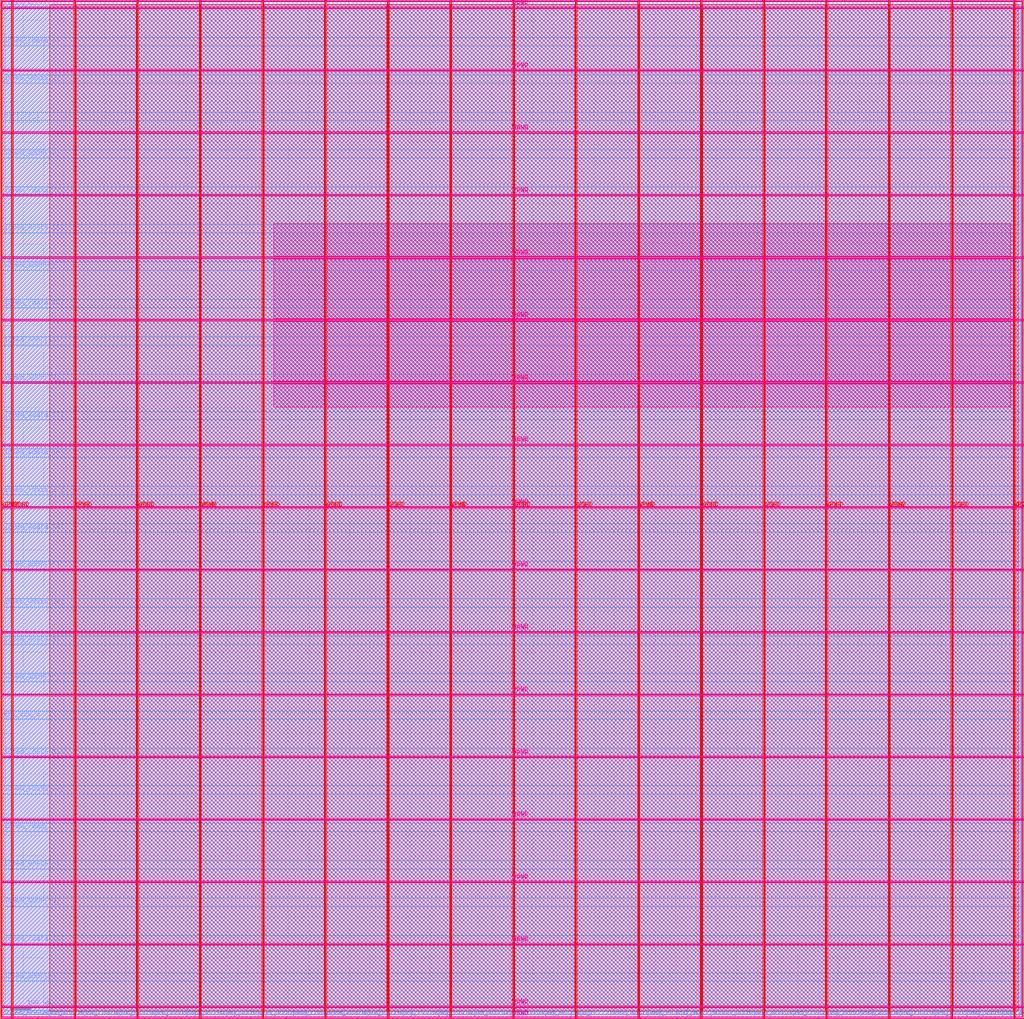
<source format=lef>
VERSION 5.7 ;
  NOWIREEXTENSIONATPIN ON ;
  DIVIDERCHAR "/" ;
  BUSBITCHARS "[]" ;
MACRO user_processor
  CLASS BLOCK ;
  FOREIGN user_processor ;
  ORIGIN 0.000 0.000 ;
  SIZE 2500.000 BY 2500.000 ;
  PIN VGND
    DIRECTION INOUT ;
    USE GROUND ;
    PORT
      LAYER met4 ;
        RECT -5.380 -0.020 -3.780 2499.700 ;
    END
    PORT
      LAYER met5 ;
        RECT -5.380 -0.020 2505.020 1.580 ;
    END
    PORT
      LAYER met5 ;
        RECT -5.380 2498.100 2505.020 2499.700 ;
    END
    PORT
      LAYER met4 ;
        RECT 2503.420 -0.020 2505.020 2499.700 ;
    END
    PORT
      LAYER met4 ;
        RECT 24.340 -0.020 25.940 2499.700 ;
    END
    PORT
      LAYER met4 ;
        RECT 177.940 -0.020 179.540 2499.700 ;
    END
    PORT
      LAYER met4 ;
        RECT 331.540 -0.020 333.140 2499.700 ;
    END
    PORT
      LAYER met4 ;
        RECT 485.140 -0.020 486.740 2499.700 ;
    END
    PORT
      LAYER met4 ;
        RECT 638.740 -0.020 640.340 2499.700 ;
    END
    PORT
      LAYER met4 ;
        RECT 792.340 -0.020 793.940 2499.700 ;
    END
    PORT
      LAYER met4 ;
        RECT 945.940 -0.020 947.540 2499.700 ;
    END
    PORT
      LAYER met4 ;
        RECT 1099.540 -0.020 1101.140 2499.700 ;
    END
    PORT
      LAYER met4 ;
        RECT 1253.140 -0.020 1254.740 2499.700 ;
    END
    PORT
      LAYER met4 ;
        RECT 1406.740 -0.020 1408.340 2499.700 ;
    END
    PORT
      LAYER met4 ;
        RECT 1560.340 -0.020 1561.940 2499.700 ;
    END
    PORT
      LAYER met4 ;
        RECT 1713.940 -0.020 1715.540 2499.700 ;
    END
    PORT
      LAYER met4 ;
        RECT 1867.540 -0.020 1869.140 2499.700 ;
    END
    PORT
      LAYER met4 ;
        RECT 2021.140 -0.020 2022.740 2499.700 ;
    END
    PORT
      LAYER met4 ;
        RECT 2174.740 -0.020 2176.340 2499.700 ;
    END
    PORT
      LAYER met4 ;
        RECT 2328.340 -0.020 2329.940 2499.700 ;
    END
    PORT
      LAYER met4 ;
        RECT 2481.940 -0.020 2483.540 2499.700 ;
    END
    PORT
      LAYER met5 ;
        RECT -5.380 30.030 2505.020 31.630 ;
    END
    PORT
      LAYER met5 ;
        RECT -5.380 183.210 2505.020 184.810 ;
    END
    PORT
      LAYER met5 ;
        RECT -5.380 336.390 2505.020 337.990 ;
    END
    PORT
      LAYER met5 ;
        RECT -5.380 489.570 2505.020 491.170 ;
    END
    PORT
      LAYER met5 ;
        RECT -5.380 642.750 2505.020 644.350 ;
    END
    PORT
      LAYER met5 ;
        RECT -5.380 795.930 2505.020 797.530 ;
    END
    PORT
      LAYER met5 ;
        RECT -5.380 949.110 2505.020 950.710 ;
    END
    PORT
      LAYER met5 ;
        RECT -5.380 1102.290 2505.020 1103.890 ;
    END
    PORT
      LAYER met5 ;
        RECT -5.380 1255.470 2505.020 1257.070 ;
    END
    PORT
      LAYER met5 ;
        RECT -5.380 1408.650 2505.020 1410.250 ;
    END
    PORT
      LAYER met5 ;
        RECT -5.380 1561.830 2505.020 1563.430 ;
    END
    PORT
      LAYER met5 ;
        RECT -5.380 1715.010 2505.020 1716.610 ;
    END
    PORT
      LAYER met5 ;
        RECT -5.380 1868.190 2505.020 1869.790 ;
    END
    PORT
      LAYER met5 ;
        RECT -5.380 2021.370 2505.020 2022.970 ;
    END
    PORT
      LAYER met5 ;
        RECT -5.380 2174.550 2505.020 2176.150 ;
    END
    PORT
      LAYER met5 ;
        RECT -5.380 2327.730 2505.020 2329.330 ;
    END
    PORT
      LAYER met5 ;
        RECT -5.380 2480.910 2505.020 2482.510 ;
    END
  END VGND
  PIN VPWR
    DIRECTION INOUT ;
    USE POWER ;
    PORT
      LAYER met4 ;
        RECT -2.080 3.280 -0.480 2496.400 ;
    END
    PORT
      LAYER met5 ;
        RECT -2.080 3.280 2501.720 4.880 ;
    END
    PORT
      LAYER met5 ;
        RECT -2.080 2494.800 2501.720 2496.400 ;
    END
    PORT
      LAYER met4 ;
        RECT 2500.120 3.280 2501.720 2496.400 ;
    END
    PORT
      LAYER met4 ;
        RECT 21.040 -0.020 22.640 2499.700 ;
    END
    PORT
      LAYER met4 ;
        RECT 174.640 -0.020 176.240 2499.700 ;
    END
    PORT
      LAYER met4 ;
        RECT 328.240 -0.020 329.840 2499.700 ;
    END
    PORT
      LAYER met4 ;
        RECT 481.840 -0.020 483.440 2499.700 ;
    END
    PORT
      LAYER met4 ;
        RECT 635.440 -0.020 637.040 2499.700 ;
    END
    PORT
      LAYER met4 ;
        RECT 789.040 -0.020 790.640 2499.700 ;
    END
    PORT
      LAYER met4 ;
        RECT 942.640 -0.020 944.240 2499.700 ;
    END
    PORT
      LAYER met4 ;
        RECT 1096.240 -0.020 1097.840 2499.700 ;
    END
    PORT
      LAYER met4 ;
        RECT 1249.840 -0.020 1251.440 2499.700 ;
    END
    PORT
      LAYER met4 ;
        RECT 1403.440 -0.020 1405.040 2499.700 ;
    END
    PORT
      LAYER met4 ;
        RECT 1557.040 -0.020 1558.640 2499.700 ;
    END
    PORT
      LAYER met4 ;
        RECT 1710.640 -0.020 1712.240 2499.700 ;
    END
    PORT
      LAYER met4 ;
        RECT 1864.240 -0.020 1865.840 2499.700 ;
    END
    PORT
      LAYER met4 ;
        RECT 2017.840 -0.020 2019.440 2499.700 ;
    END
    PORT
      LAYER met4 ;
        RECT 2171.440 -0.020 2173.040 2499.700 ;
    END
    PORT
      LAYER met4 ;
        RECT 2325.040 -0.020 2326.640 2499.700 ;
    END
    PORT
      LAYER met4 ;
        RECT 2478.640 -0.020 2480.240 2499.700 ;
    END
    PORT
      LAYER met5 ;
        RECT -5.380 26.730 2505.020 28.330 ;
    END
    PORT
      LAYER met5 ;
        RECT -5.380 179.910 2505.020 181.510 ;
    END
    PORT
      LAYER met5 ;
        RECT -5.380 333.090 2505.020 334.690 ;
    END
    PORT
      LAYER met5 ;
        RECT -5.380 486.270 2505.020 487.870 ;
    END
    PORT
      LAYER met5 ;
        RECT -5.380 639.450 2505.020 641.050 ;
    END
    PORT
      LAYER met5 ;
        RECT -5.380 792.630 2505.020 794.230 ;
    END
    PORT
      LAYER met5 ;
        RECT -5.380 945.810 2505.020 947.410 ;
    END
    PORT
      LAYER met5 ;
        RECT -5.380 1098.990 2505.020 1100.590 ;
    END
    PORT
      LAYER met5 ;
        RECT -5.380 1252.170 2505.020 1253.770 ;
    END
    PORT
      LAYER met5 ;
        RECT -5.380 1405.350 2505.020 1406.950 ;
    END
    PORT
      LAYER met5 ;
        RECT -5.380 1558.530 2505.020 1560.130 ;
    END
    PORT
      LAYER met5 ;
        RECT -5.380 1711.710 2505.020 1713.310 ;
    END
    PORT
      LAYER met5 ;
        RECT -5.380 1864.890 2505.020 1866.490 ;
    END
    PORT
      LAYER met5 ;
        RECT -5.380 2018.070 2505.020 2019.670 ;
    END
    PORT
      LAYER met5 ;
        RECT -5.380 2171.250 2505.020 2172.850 ;
    END
    PORT
      LAYER met5 ;
        RECT -5.380 2324.430 2505.020 2326.030 ;
    END
    PORT
      LAYER met5 ;
        RECT -5.380 2477.610 2505.020 2479.210 ;
    END
  END VPWR
  PIN clk
    DIRECTION INPUT ;
    USE SIGNAL ;
    PORT
      LAYER met3 ;
        RECT 2496.000 938.440 2500.000 939.040 ;
    END
  END clk
  PIN iomem_addr[0]
    DIRECTION OUTPUT TRISTATE ;
    USE SIGNAL ;
    PORT
      LAYER met2 ;
        RECT 933.890 2496.000 934.170 2500.000 ;
    END
  END iomem_addr[0]
  PIN iomem_addr[10]
    DIRECTION OUTPUT TRISTATE ;
    USE SIGNAL ;
    PORT
      LAYER met3 ;
        RECT 0.000 826.240 4.000 826.840 ;
    END
  END iomem_addr[10]
  PIN iomem_addr[11]
    DIRECTION OUTPUT TRISTATE ;
    USE SIGNAL ;
    PORT
      LAYER met2 ;
        RECT 1542.470 2496.000 1542.750 2500.000 ;
    END
  END iomem_addr[11]
  PIN iomem_addr[12]
    DIRECTION OUTPUT TRISTATE ;
    USE SIGNAL ;
    PORT
      LAYER met3 ;
        RECT 0.000 2111.440 4.000 2112.040 ;
    END
  END iomem_addr[12]
  PIN iomem_addr[13]
    DIRECTION OUTPUT TRISTATE ;
    USE SIGNAL ;
    PORT
      LAYER met3 ;
        RECT 0.000 275.440 4.000 276.040 ;
    END
  END iomem_addr[13]
  PIN iomem_addr[14]
    DIRECTION OUTPUT TRISTATE ;
    USE SIGNAL ;
    PORT
      LAYER met3 ;
        RECT 0.000 1652.440 4.000 1653.040 ;
    END
  END iomem_addr[14]
  PIN iomem_addr[15]
    DIRECTION OUTPUT TRISTATE ;
    USE SIGNAL ;
    PORT
      LAYER met3 ;
        RECT 0.000 1101.640 4.000 1102.240 ;
    END
  END iomem_addr[15]
  PIN iomem_addr[16]
    DIRECTION OUTPUT TRISTATE ;
    USE SIGNAL ;
    PORT
      LAYER met2 ;
        RECT 846.950 2496.000 847.230 2500.000 ;
    END
  END iomem_addr[16]
  PIN iomem_addr[17]
    DIRECTION OUTPUT TRISTATE ;
    USE SIGNAL ;
    PORT
      LAYER met2 ;
        RECT 608.670 0.000 608.950 4.000 ;
    END
  END iomem_addr[17]
  PIN iomem_addr[18]
    DIRECTION OUTPUT TRISTATE ;
    USE SIGNAL ;
    PORT
      LAYER met2 ;
        RECT 1478.070 0.000 1478.350 4.000 ;
    END
  END iomem_addr[18]
  PIN iomem_addr[19]
    DIRECTION OUTPUT TRISTATE ;
    USE SIGNAL ;
    PORT
      LAYER met2 ;
        RECT 2237.990 2496.000 2238.270 2500.000 ;
    END
  END iomem_addr[19]
  PIN iomem_addr[1]
    DIRECTION OUTPUT TRISTATE ;
    USE SIGNAL ;
    PORT
      LAYER met2 ;
        RECT 2347.470 0.000 2347.750 4.000 ;
    END
  END iomem_addr[1]
  PIN iomem_addr[20]
    DIRECTION OUTPUT TRISTATE ;
    USE SIGNAL ;
    PORT
      LAYER met3 ;
        RECT 2496.000 2223.640 2500.000 2224.240 ;
    END
  END iomem_addr[20]
  PIN iomem_addr[21]
    DIRECTION OUTPUT TRISTATE ;
    USE SIGNAL ;
    PORT
      LAYER met2 ;
        RECT 1738.890 0.000 1739.170 4.000 ;
    END
  END iomem_addr[21]
  PIN iomem_addr[22]
    DIRECTION OUTPUT TRISTATE ;
    USE SIGNAL ;
    PORT
      LAYER met3 ;
        RECT 2496.000 112.240 2500.000 112.840 ;
    END
  END iomem_addr[22]
  PIN iomem_addr[23]
    DIRECTION OUTPUT TRISTATE ;
    USE SIGNAL ;
    PORT
      LAYER met3 ;
        RECT 2496.000 2040.040 2500.000 2040.640 ;
    END
  END iomem_addr[23]
  PIN iomem_addr[24]
    DIRECTION OUTPUT TRISTATE ;
    USE SIGNAL ;
    PORT
      LAYER met2 ;
        RECT 1281.650 2496.000 1281.930 2500.000 ;
    END
  END iomem_addr[24]
  PIN iomem_addr[25]
    DIRECTION OUTPUT TRISTATE ;
    USE SIGNAL ;
    PORT
      LAYER met2 ;
        RECT 412.250 2496.000 412.530 2500.000 ;
    END
  END iomem_addr[25]
  PIN iomem_addr[26]
    DIRECTION OUTPUT TRISTATE ;
    USE SIGNAL ;
    PORT
      LAYER met3 ;
        RECT 2496.000 2315.440 2500.000 2316.040 ;
    END
  END iomem_addr[26]
  PIN iomem_addr[27]
    DIRECTION OUTPUT TRISTATE ;
    USE SIGNAL ;
    PORT
      LAYER met2 ;
        RECT 673.070 2496.000 673.350 2500.000 ;
    END
  END iomem_addr[27]
  PIN iomem_addr[28]
    DIRECTION OUTPUT TRISTATE ;
    USE SIGNAL ;
    PORT
      LAYER met3 ;
        RECT 0.000 1560.640 4.000 1561.240 ;
    END
  END iomem_addr[28]
  PIN iomem_addr[29]
    DIRECTION OUTPUT TRISTATE ;
    USE SIGNAL ;
    PORT
      LAYER met2 ;
        RECT 2260.530 0.000 2260.810 4.000 ;
    END
  END iomem_addr[29]
  PIN iomem_addr[2]
    DIRECTION OUTPUT TRISTATE ;
    USE SIGNAL ;
    PORT
      LAYER met2 ;
        RECT 521.730 0.000 522.010 4.000 ;
    END
  END iomem_addr[2]
  PIN iomem_addr[30]
    DIRECTION OUTPUT TRISTATE ;
    USE SIGNAL ;
    PORT
      LAYER met2 ;
        RECT 1368.590 2496.000 1368.870 2500.000 ;
    END
  END iomem_addr[30]
  PIN iomem_addr[31]
    DIRECTION OUTPUT TRISTATE ;
    USE SIGNAL ;
    PORT
      LAYER met2 ;
        RECT 1999.710 0.000 1999.990 4.000 ;
    END
  END iomem_addr[31]
  PIN iomem_addr[3]
    DIRECTION OUTPUT TRISTATE ;
    USE SIGNAL ;
    PORT
      LAYER met2 ;
        RECT 347.850 0.000 348.130 4.000 ;
    END
  END iomem_addr[3]
  PIN iomem_addr[4]
    DIRECTION OUTPUT TRISTATE ;
    USE SIGNAL ;
    PORT
      LAYER met2 ;
        RECT 1107.770 2496.000 1108.050 2500.000 ;
    END
  END iomem_addr[4]
  PIN iomem_addr[5]
    DIRECTION OUTPUT TRISTATE ;
    USE SIGNAL ;
    PORT
      LAYER met3 ;
        RECT 2496.000 571.240 2500.000 571.840 ;
    END
  END iomem_addr[5]
  PIN iomem_addr[6]
    DIRECTION OUTPUT TRISTATE ;
    USE SIGNAL ;
    PORT
      LAYER met3 ;
        RECT 0.000 91.840 4.000 92.440 ;
    END
  END iomem_addr[6]
  PIN iomem_addr[7]
    DIRECTION OUTPUT TRISTATE ;
    USE SIGNAL ;
    PORT
      LAYER met3 ;
        RECT 0.000 2478.640 4.000 2479.240 ;
    END
  END iomem_addr[7]
  PIN iomem_addr[8]
    DIRECTION OUTPUT TRISTATE ;
    USE SIGNAL ;
    PORT
      LAYER met3 ;
        RECT 0.000 1836.040 4.000 1836.640 ;
    END
  END iomem_addr[8]
  PIN iomem_addr[9]
    DIRECTION OUTPUT TRISTATE ;
    USE SIGNAL ;
    PORT
      LAYER met2 ;
        RECT 2064.110 2496.000 2064.390 2500.000 ;
    END
  END iomem_addr[9]
  PIN iomem_rdata[0]
    DIRECTION INPUT ;
    USE SIGNAL ;
    PORT
      LAYER met2 ;
        RECT 1217.250 0.000 1217.530 4.000 ;
    END
  END iomem_rdata[0]
  PIN iomem_rdata[10]
    DIRECTION INPUT ;
    USE SIGNAL ;
    PORT
      LAYER met3 ;
        RECT 2496.000 663.040 2500.000 663.640 ;
    END
  END iomem_rdata[10]
  PIN iomem_rdata[11]
    DIRECTION INPUT ;
    USE SIGNAL ;
    PORT
      LAYER met3 ;
        RECT 2496.000 2131.840 2500.000 2132.440 ;
    END
  END iomem_rdata[11]
  PIN iomem_rdata[12]
    DIRECTION INPUT ;
    USE SIGNAL ;
    PORT
      LAYER met3 ;
        RECT 2496.000 1856.440 2500.000 1857.040 ;
    END
  END iomem_rdata[12]
  PIN iomem_rdata[13]
    DIRECTION INPUT ;
    USE SIGNAL ;
    PORT
      LAYER met3 ;
        RECT 2496.000 1672.840 2500.000 1673.440 ;
    END
  END iomem_rdata[13]
  PIN iomem_rdata[14]
    DIRECTION INPUT ;
    USE SIGNAL ;
    PORT
      LAYER met3 ;
        RECT 2496.000 1581.040 2500.000 1581.640 ;
    END
  END iomem_rdata[14]
  PIN iomem_rdata[15]
    DIRECTION INPUT ;
    USE SIGNAL ;
    PORT
      LAYER met2 ;
        RECT 1043.370 0.000 1043.650 4.000 ;
    END
  END iomem_rdata[15]
  PIN iomem_rdata[16]
    DIRECTION INPUT ;
    USE SIGNAL ;
    PORT
      LAYER met3 ;
        RECT 0.000 183.640 4.000 184.240 ;
    END
  END iomem_rdata[16]
  PIN iomem_rdata[17]
    DIRECTION INPUT ;
    USE SIGNAL ;
    PORT
      LAYER met3 ;
        RECT 2496.000 2407.240 2500.000 2407.840 ;
    END
  END iomem_rdata[17]
  PIN iomem_rdata[18]
    DIRECTION INPUT ;
    USE SIGNAL ;
    PORT
      LAYER met3 ;
        RECT 0.000 1744.240 4.000 1744.840 ;
    END
  END iomem_rdata[18]
  PIN iomem_rdata[19]
    DIRECTION INPUT ;
    USE SIGNAL ;
    PORT
      LAYER met2 ;
        RECT 1194.710 2496.000 1194.990 2500.000 ;
    END
  END iomem_rdata[19]
  PIN iomem_rdata[1]
    DIRECTION INPUT ;
    USE SIGNAL ;
    PORT
      LAYER met3 ;
        RECT 2496.000 1213.840 2500.000 1214.440 ;
    END
  END iomem_rdata[1]
  PIN iomem_rdata[20]
    DIRECTION INPUT ;
    USE SIGNAL ;
    PORT
      LAYER met3 ;
        RECT 2496.000 1305.640 2500.000 1306.240 ;
    END
  END iomem_rdata[20]
  PIN iomem_rdata[21]
    DIRECTION INPUT ;
    USE SIGNAL ;
    PORT
      LAYER met2 ;
        RECT 760.010 2496.000 760.290 2500.000 ;
    END
  END iomem_rdata[21]
  PIN iomem_rdata[22]
    DIRECTION INPUT ;
    USE SIGNAL ;
    PORT
      LAYER met2 ;
        RECT 1455.530 2496.000 1455.810 2500.000 ;
    END
  END iomem_rdata[22]
  PIN iomem_rdata[23]
    DIRECTION INPUT ;
    USE SIGNAL ;
    PORT
      LAYER met2 ;
        RECT 2324.930 2496.000 2325.210 2500.000 ;
    END
  END iomem_rdata[23]
  PIN iomem_rdata[24]
    DIRECTION INPUT ;
    USE SIGNAL ;
    PORT
      LAYER met2 ;
        RECT 695.610 0.000 695.890 4.000 ;
    END
  END iomem_rdata[24]
  PIN iomem_rdata[25]
    DIRECTION INPUT ;
    USE SIGNAL ;
    PORT
      LAYER met3 ;
        RECT 2496.000 479.440 2500.000 480.040 ;
    END
  END iomem_rdata[25]
  PIN iomem_rdata[26]
    DIRECTION INPUT ;
    USE SIGNAL ;
    PORT
      LAYER met3 ;
        RECT 2496.000 204.040 2500.000 204.640 ;
    END
  END iomem_rdata[26]
  PIN iomem_rdata[27]
    DIRECTION INPUT ;
    USE SIGNAL ;
    PORT
      LAYER met3 ;
        RECT 0.000 1285.240 4.000 1285.840 ;
    END
  END iomem_rdata[27]
  PIN iomem_rdata[28]
    DIRECTION INPUT ;
    USE SIGNAL ;
    PORT
      LAYER met2 ;
        RECT 173.970 0.000 174.250 4.000 ;
    END
  END iomem_rdata[28]
  PIN iomem_rdata[29]
    DIRECTION INPUT ;
    USE SIGNAL ;
    PORT
      LAYER met2 ;
        RECT 2173.590 0.000 2173.870 4.000 ;
    END
  END iomem_rdata[29]
  PIN iomem_rdata[2]
    DIRECTION INPUT ;
    USE SIGNAL ;
    PORT
      LAYER met3 ;
        RECT 2496.000 387.640 2500.000 388.240 ;
    END
  END iomem_rdata[2]
  PIN iomem_rdata[30]
    DIRECTION INPUT ;
    USE SIGNAL ;
    PORT
      LAYER met2 ;
        RECT 2498.810 2496.000 2499.090 2500.000 ;
    END
  END iomem_rdata[30]
  PIN iomem_rdata[31]
    DIRECTION INPUT ;
    USE SIGNAL ;
    PORT
      LAYER met3 ;
        RECT 0.000 642.640 4.000 643.240 ;
    END
  END iomem_rdata[31]
  PIN iomem_rdata[3]
    DIRECTION INPUT ;
    USE SIGNAL ;
    PORT
      LAYER met2 ;
        RECT 1912.770 0.000 1913.050 4.000 ;
    END
  END iomem_rdata[3]
  PIN iomem_rdata[4]
    DIRECTION INPUT ;
    USE SIGNAL ;
    PORT
      LAYER met2 ;
        RECT 956.430 0.000 956.710 4.000 ;
    END
  END iomem_rdata[4]
  PIN iomem_rdata[5]
    DIRECTION INPUT ;
    USE SIGNAL ;
    PORT
      LAYER met3 ;
        RECT 2496.000 754.840 2500.000 755.440 ;
    END
  END iomem_rdata[5]
  PIN iomem_rdata[6]
    DIRECTION INPUT ;
    USE SIGNAL ;
    PORT
      LAYER met2 ;
        RECT 586.130 2496.000 586.410 2500.000 ;
    END
  END iomem_rdata[6]
  PIN iomem_rdata[7]
    DIRECTION INPUT ;
    USE SIGNAL ;
    PORT
      LAYER met3 ;
        RECT 0.000 2019.640 4.000 2020.240 ;
    END
  END iomem_rdata[7]
  PIN iomem_rdata[8]
    DIRECTION INPUT ;
    USE SIGNAL ;
    PORT
      LAYER met3 ;
        RECT 2496.000 20.440 2500.000 21.040 ;
    END
  END iomem_rdata[8]
  PIN iomem_rdata[9]
    DIRECTION INPUT ;
    USE SIGNAL ;
    PORT
      LAYER met3 ;
        RECT 0.000 2386.840 4.000 2387.440 ;
    END
  END iomem_rdata[9]
  PIN iomem_ready
    DIRECTION INPUT ;
    USE SIGNAL ;
    PORT
      LAYER met3 ;
        RECT 0.000 459.040 4.000 459.640 ;
    END
  END iomem_ready
  PIN iomem_valid
    DIRECTION OUTPUT TRISTATE ;
    USE SIGNAL ;
    PORT
      LAYER met2 ;
        RECT 1716.350 2496.000 1716.630 2500.000 ;
    END
  END iomem_valid
  PIN iomem_wdata[0]
    DIRECTION OUTPUT TRISTATE ;
    USE SIGNAL ;
    PORT
      LAYER met3 ;
        RECT 0.000 367.240 4.000 367.840 ;
    END
  END iomem_wdata[0]
  PIN iomem_wdata[10]
    DIRECTION OUTPUT TRISTATE ;
    USE SIGNAL ;
    PORT
      LAYER met2 ;
        RECT 260.910 0.000 261.190 4.000 ;
    END
  END iomem_wdata[10]
  PIN iomem_wdata[11]
    DIRECTION OUTPUT TRISTATE ;
    USE SIGNAL ;
    PORT
      LAYER met2 ;
        RECT 782.550 0.000 782.830 4.000 ;
    END
  END iomem_wdata[11]
  PIN iomem_wdata[12]
    DIRECTION OUTPUT TRISTATE ;
    USE SIGNAL ;
    PORT
      LAYER met2 ;
        RECT 2434.410 0.000 2434.690 4.000 ;
    END
  END iomem_wdata[12]
  PIN iomem_wdata[13]
    DIRECTION OUTPUT TRISTATE ;
    USE SIGNAL ;
    PORT
      LAYER met3 ;
        RECT 2496.000 1397.440 2500.000 1398.040 ;
    END
  END iomem_wdata[13]
  PIN iomem_wdata[14]
    DIRECTION OUTPUT TRISTATE ;
    USE SIGNAL ;
    PORT
      LAYER met3 ;
        RECT 2496.000 846.640 2500.000 847.240 ;
    END
  END iomem_wdata[14]
  PIN iomem_wdata[15]
    DIRECTION OUTPUT TRISTATE ;
    USE SIGNAL ;
    PORT
      LAYER met2 ;
        RECT 1825.830 0.000 1826.110 4.000 ;
    END
  END iomem_wdata[15]
  PIN iomem_wdata[16]
    DIRECTION OUTPUT TRISTATE ;
    USE SIGNAL ;
    PORT
      LAYER met3 ;
        RECT 0.000 1927.840 4.000 1928.440 ;
    END
  END iomem_wdata[16]
  PIN iomem_wdata[17]
    DIRECTION OUTPUT TRISTATE ;
    USE SIGNAL ;
    PORT
      LAYER met3 ;
        RECT 0.000 1468.840 4.000 1469.440 ;
    END
  END iomem_wdata[17]
  PIN iomem_wdata[18]
    DIRECTION OUTPUT TRISTATE ;
    USE SIGNAL ;
    PORT
      LAYER met3 ;
        RECT 0.000 1377.040 4.000 1377.640 ;
    END
  END iomem_wdata[18]
  PIN iomem_wdata[19]
    DIRECTION OUTPUT TRISTATE ;
    USE SIGNAL ;
    PORT
      LAYER met3 ;
        RECT 2496.000 1030.240 2500.000 1030.840 ;
    END
  END iomem_wdata[19]
  PIN iomem_wdata[1]
    DIRECTION OUTPUT TRISTATE ;
    USE SIGNAL ;
    PORT
      LAYER met3 ;
        RECT 2496.000 1764.640 2500.000 1765.240 ;
    END
  END iomem_wdata[1]
  PIN iomem_wdata[20]
    DIRECTION OUTPUT TRISTATE ;
    USE SIGNAL ;
    PORT
      LAYER met2 ;
        RECT 2086.650 0.000 2086.930 4.000 ;
    END
  END iomem_wdata[20]
  PIN iomem_wdata[21]
    DIRECTION OUTPUT TRISTATE ;
    USE SIGNAL ;
    PORT
      LAYER met3 ;
        RECT 2496.000 1948.240 2500.000 1948.840 ;
    END
  END iomem_wdata[21]
  PIN iomem_wdata[22]
    DIRECTION OUTPUT TRISTATE ;
    USE SIGNAL ;
    PORT
      LAYER met3 ;
        RECT 0.000 550.840 4.000 551.440 ;
    END
  END iomem_wdata[22]
  PIN iomem_wdata[23]
    DIRECTION OUTPUT TRISTATE ;
    USE SIGNAL ;
    PORT
      LAYER met2 ;
        RECT 238.370 2496.000 238.650 2500.000 ;
    END
  END iomem_wdata[23]
  PIN iomem_wdata[24]
    DIRECTION OUTPUT TRISTATE ;
    USE SIGNAL ;
    PORT
      LAYER met3 ;
        RECT 0.000 1009.840 4.000 1010.440 ;
    END
  END iomem_wdata[24]
  PIN iomem_wdata[25]
    DIRECTION OUTPUT TRISTATE ;
    USE SIGNAL ;
    PORT
      LAYER met2 ;
        RECT 0.090 0.000 0.370 4.000 ;
    END
  END iomem_wdata[25]
  PIN iomem_wdata[26]
    DIRECTION OUTPUT TRISTATE ;
    USE SIGNAL ;
    PORT
      LAYER met2 ;
        RECT 1565.010 0.000 1565.290 4.000 ;
    END
  END iomem_wdata[26]
  PIN iomem_wdata[27]
    DIRECTION OUTPUT TRISTATE ;
    USE SIGNAL ;
    PORT
      LAYER met2 ;
        RECT 325.310 2496.000 325.590 2500.000 ;
    END
  END iomem_wdata[27]
  PIN iomem_wdata[28]
    DIRECTION OUTPUT TRISTATE ;
    USE SIGNAL ;
    PORT
      LAYER met2 ;
        RECT 1020.830 2496.000 1021.110 2500.000 ;
    END
  END iomem_wdata[28]
  PIN iomem_wdata[29]
    DIRECTION OUTPUT TRISTATE ;
    USE SIGNAL ;
    PORT
      LAYER met2 ;
        RECT 1803.290 2496.000 1803.570 2500.000 ;
    END
  END iomem_wdata[29]
  PIN iomem_wdata[2]
    DIRECTION OUTPUT TRISTATE ;
    USE SIGNAL ;
    PORT
      LAYER met3 ;
        RECT 0.000 2295.040 4.000 2295.640 ;
    END
  END iomem_wdata[2]
  PIN iomem_wdata[30]
    DIRECTION OUTPUT TRISTATE ;
    USE SIGNAL ;
    PORT
      LAYER met3 ;
        RECT 0.000 1193.440 4.000 1194.040 ;
    END
  END iomem_wdata[30]
  PIN iomem_wdata[31]
    DIRECTION OUTPUT TRISTATE ;
    USE SIGNAL ;
    PORT
      LAYER met2 ;
        RECT 87.030 0.000 87.310 4.000 ;
    END
  END iomem_wdata[31]
  PIN iomem_wdata[3]
    DIRECTION OUTPUT TRISTATE ;
    USE SIGNAL ;
    PORT
      LAYER met2 ;
        RECT 2151.050 2496.000 2151.330 2500.000 ;
    END
  END iomem_wdata[3]
  PIN iomem_wdata[4]
    DIRECTION OUTPUT TRISTATE ;
    USE SIGNAL ;
    PORT
      LAYER met2 ;
        RECT 1629.410 2496.000 1629.690 2500.000 ;
    END
  END iomem_wdata[4]
  PIN iomem_wdata[5]
    DIRECTION OUTPUT TRISTATE ;
    USE SIGNAL ;
    PORT
      LAYER met2 ;
        RECT 1130.310 0.000 1130.590 4.000 ;
    END
  END iomem_wdata[5]
  PIN iomem_wdata[6]
    DIRECTION OUTPUT TRISTATE ;
    USE SIGNAL ;
    PORT
      LAYER met2 ;
        RECT 2411.870 2496.000 2412.150 2500.000 ;
    END
  END iomem_wdata[6]
  PIN iomem_wdata[7]
    DIRECTION OUTPUT TRISTATE ;
    USE SIGNAL ;
    PORT
      LAYER met3 ;
        RECT 2496.000 295.840 2500.000 296.440 ;
    END
  END iomem_wdata[7]
  PIN iomem_wdata[8]
    DIRECTION OUTPUT TRISTATE ;
    USE SIGNAL ;
    PORT
      LAYER met2 ;
        RECT 64.490 2496.000 64.770 2500.000 ;
    END
  END iomem_wdata[8]
  PIN iomem_wdata[9]
    DIRECTION OUTPUT TRISTATE ;
    USE SIGNAL ;
    PORT
      LAYER met3 ;
        RECT 0.000 918.040 4.000 918.640 ;
    END
  END iomem_wdata[9]
  PIN iomem_wstrb[0]
    DIRECTION OUTPUT TRISTATE ;
    USE SIGNAL ;
    PORT
      LAYER met2 ;
        RECT 434.790 0.000 435.070 4.000 ;
    END
  END iomem_wstrb[0]
  PIN iomem_wstrb[1]
    DIRECTION OUTPUT TRISTATE ;
    USE SIGNAL ;
    PORT
      LAYER met2 ;
        RECT 869.490 0.000 869.770 4.000 ;
    END
  END iomem_wstrb[1]
  PIN iomem_wstrb[2]
    DIRECTION OUTPUT TRISTATE ;
    USE SIGNAL ;
    PORT
      LAYER met2 ;
        RECT 1304.190 0.000 1304.470 4.000 ;
    END
  END iomem_wstrb[2]
  PIN iomem_wstrb[3]
    DIRECTION OUTPUT TRISTATE ;
    USE SIGNAL ;
    PORT
      LAYER met3 ;
        RECT 2496.000 1489.240 2500.000 1489.840 ;
    END
  END iomem_wstrb[3]
  PIN pwm0_o
    DIRECTION OUTPUT TRISTATE ;
    USE SIGNAL ;
    PORT
      LAYER met2 ;
        RECT 1391.130 0.000 1391.410 4.000 ;
    END
  END pwm0_o
  PIN pwm1_o
    DIRECTION OUTPUT TRISTATE ;
    USE SIGNAL ;
    PORT
      LAYER met2 ;
        RECT 1977.170 2496.000 1977.450 2500.000 ;
    END
  END pwm1_o
  PIN resetn
    DIRECTION INPUT ;
    USE SIGNAL ;
    PORT
      LAYER met2 ;
        RECT 1890.230 2496.000 1890.510 2500.000 ;
    END
  END resetn
  PIN spi_cs_o
    DIRECTION OUTPUT TRISTATE ;
    USE SIGNAL ;
    PORT
      LAYER met2 ;
        RECT 151.430 2496.000 151.710 2500.000 ;
    END
  END spi_cs_o
  PIN spi_miso_i
    DIRECTION INPUT ;
    USE SIGNAL ;
    PORT
      LAYER met2 ;
        RECT 499.190 2496.000 499.470 2500.000 ;
    END
  END spi_miso_i
  PIN spi_mosi_o
    DIRECTION OUTPUT TRISTATE ;
    USE SIGNAL ;
    PORT
      LAYER met2 ;
        RECT 1651.950 0.000 1652.230 4.000 ;
    END
  END spi_mosi_o
  PIN spi_sck_o
    DIRECTION OUTPUT TRISTATE ;
    USE SIGNAL ;
    PORT
      LAYER met3 ;
        RECT 0.000 734.440 4.000 735.040 ;
    END
  END spi_sck_o
  PIN uart_rx_i
    DIRECTION INPUT ;
    USE SIGNAL ;
    PORT
      LAYER met3 ;
        RECT 0.000 2203.240 4.000 2203.840 ;
    END
  END uart_rx_i
  PIN uart_tx_o
    DIRECTION OUTPUT TRISTATE ;
    USE SIGNAL ;
    PORT
      LAYER met3 ;
        RECT 2496.000 1122.040 2500.000 1122.640 ;
    END
  END uart_tx_o
  OBS
      LAYER li1 ;
        RECT 5.520 10.795 2494.120 2488.885 ;
      LAYER met1 ;
        RECT 0.070 9.220 2497.270 2489.040 ;
      LAYER met2 ;
        RECT 0.100 2495.720 64.210 2496.690 ;
        RECT 65.050 2495.720 151.150 2496.690 ;
        RECT 151.990 2495.720 238.090 2496.690 ;
        RECT 238.930 2495.720 325.030 2496.690 ;
        RECT 325.870 2495.720 411.970 2496.690 ;
        RECT 412.810 2495.720 498.910 2496.690 ;
        RECT 499.750 2495.720 585.850 2496.690 ;
        RECT 586.690 2495.720 672.790 2496.690 ;
        RECT 673.630 2495.720 759.730 2496.690 ;
        RECT 760.570 2495.720 846.670 2496.690 ;
        RECT 847.510 2495.720 933.610 2496.690 ;
        RECT 934.450 2495.720 1020.550 2496.690 ;
        RECT 1021.390 2495.720 1107.490 2496.690 ;
        RECT 1108.330 2495.720 1194.430 2496.690 ;
        RECT 1195.270 2495.720 1281.370 2496.690 ;
        RECT 1282.210 2495.720 1368.310 2496.690 ;
        RECT 1369.150 2495.720 1455.250 2496.690 ;
        RECT 1456.090 2495.720 1542.190 2496.690 ;
        RECT 1543.030 2495.720 1629.130 2496.690 ;
        RECT 1629.970 2495.720 1716.070 2496.690 ;
        RECT 1716.910 2495.720 1803.010 2496.690 ;
        RECT 1803.850 2495.720 1889.950 2496.690 ;
        RECT 1890.790 2495.720 1976.890 2496.690 ;
        RECT 1977.730 2495.720 2063.830 2496.690 ;
        RECT 2064.670 2495.720 2150.770 2496.690 ;
        RECT 2151.610 2495.720 2237.710 2496.690 ;
        RECT 2238.550 2495.720 2324.650 2496.690 ;
        RECT 2325.490 2495.720 2411.590 2496.690 ;
        RECT 2412.430 2495.720 2498.530 2496.690 ;
        RECT 0.100 4.280 2498.810 2495.720 ;
        RECT 0.650 4.000 86.750 4.280 ;
        RECT 87.590 4.000 173.690 4.280 ;
        RECT 174.530 4.000 260.630 4.280 ;
        RECT 261.470 4.000 347.570 4.280 ;
        RECT 348.410 4.000 434.510 4.280 ;
        RECT 435.350 4.000 521.450 4.280 ;
        RECT 522.290 4.000 608.390 4.280 ;
        RECT 609.230 4.000 695.330 4.280 ;
        RECT 696.170 4.000 782.270 4.280 ;
        RECT 783.110 4.000 869.210 4.280 ;
        RECT 870.050 4.000 956.150 4.280 ;
        RECT 956.990 4.000 1043.090 4.280 ;
        RECT 1043.930 4.000 1130.030 4.280 ;
        RECT 1130.870 4.000 1216.970 4.280 ;
        RECT 1217.810 4.000 1303.910 4.280 ;
        RECT 1304.750 4.000 1390.850 4.280 ;
        RECT 1391.690 4.000 1477.790 4.280 ;
        RECT 1478.630 4.000 1564.730 4.280 ;
        RECT 1565.570 4.000 1651.670 4.280 ;
        RECT 1652.510 4.000 1738.610 4.280 ;
        RECT 1739.450 4.000 1825.550 4.280 ;
        RECT 1826.390 4.000 1912.490 4.280 ;
        RECT 1913.330 4.000 1999.430 4.280 ;
        RECT 2000.270 4.000 2086.370 4.280 ;
        RECT 2087.210 4.000 2173.310 4.280 ;
        RECT 2174.150 4.000 2260.250 4.280 ;
        RECT 2261.090 4.000 2347.190 4.280 ;
        RECT 2348.030 4.000 2434.130 4.280 ;
        RECT 2434.970 4.000 2498.810 4.280 ;
      LAYER met3 ;
        RECT 4.000 2479.640 2496.000 2488.965 ;
        RECT 4.400 2478.240 2496.000 2479.640 ;
        RECT 4.000 2408.240 2496.000 2478.240 ;
        RECT 4.000 2406.840 2495.600 2408.240 ;
        RECT 4.000 2387.840 2496.000 2406.840 ;
        RECT 4.400 2386.440 2496.000 2387.840 ;
        RECT 4.000 2316.440 2496.000 2386.440 ;
        RECT 4.000 2315.040 2495.600 2316.440 ;
        RECT 4.000 2296.040 2496.000 2315.040 ;
        RECT 4.400 2294.640 2496.000 2296.040 ;
        RECT 4.000 2224.640 2496.000 2294.640 ;
        RECT 4.000 2223.240 2495.600 2224.640 ;
        RECT 4.000 2204.240 2496.000 2223.240 ;
        RECT 4.400 2202.840 2496.000 2204.240 ;
        RECT 4.000 2132.840 2496.000 2202.840 ;
        RECT 4.000 2131.440 2495.600 2132.840 ;
        RECT 4.000 2112.440 2496.000 2131.440 ;
        RECT 4.400 2111.040 2496.000 2112.440 ;
        RECT 4.000 2041.040 2496.000 2111.040 ;
        RECT 4.000 2039.640 2495.600 2041.040 ;
        RECT 4.000 2020.640 2496.000 2039.640 ;
        RECT 4.400 2019.240 2496.000 2020.640 ;
        RECT 4.000 1949.240 2496.000 2019.240 ;
        RECT 4.000 1947.840 2495.600 1949.240 ;
        RECT 4.000 1928.840 2496.000 1947.840 ;
        RECT 4.400 1927.440 2496.000 1928.840 ;
        RECT 4.000 1857.440 2496.000 1927.440 ;
        RECT 4.000 1856.040 2495.600 1857.440 ;
        RECT 4.000 1837.040 2496.000 1856.040 ;
        RECT 4.400 1835.640 2496.000 1837.040 ;
        RECT 4.000 1765.640 2496.000 1835.640 ;
        RECT 4.000 1764.240 2495.600 1765.640 ;
        RECT 4.000 1745.240 2496.000 1764.240 ;
        RECT 4.400 1743.840 2496.000 1745.240 ;
        RECT 4.000 1673.840 2496.000 1743.840 ;
        RECT 4.000 1672.440 2495.600 1673.840 ;
        RECT 4.000 1653.440 2496.000 1672.440 ;
        RECT 4.400 1652.040 2496.000 1653.440 ;
        RECT 4.000 1582.040 2496.000 1652.040 ;
        RECT 4.000 1580.640 2495.600 1582.040 ;
        RECT 4.000 1561.640 2496.000 1580.640 ;
        RECT 4.400 1560.240 2496.000 1561.640 ;
        RECT 4.000 1490.240 2496.000 1560.240 ;
        RECT 4.000 1488.840 2495.600 1490.240 ;
        RECT 4.000 1469.840 2496.000 1488.840 ;
        RECT 4.400 1468.440 2496.000 1469.840 ;
        RECT 4.000 1398.440 2496.000 1468.440 ;
        RECT 4.000 1397.040 2495.600 1398.440 ;
        RECT 4.000 1378.040 2496.000 1397.040 ;
        RECT 4.400 1376.640 2496.000 1378.040 ;
        RECT 4.000 1306.640 2496.000 1376.640 ;
        RECT 4.000 1305.240 2495.600 1306.640 ;
        RECT 4.000 1286.240 2496.000 1305.240 ;
        RECT 4.400 1284.840 2496.000 1286.240 ;
        RECT 4.000 1214.840 2496.000 1284.840 ;
        RECT 4.000 1213.440 2495.600 1214.840 ;
        RECT 4.000 1194.440 2496.000 1213.440 ;
        RECT 4.400 1193.040 2496.000 1194.440 ;
        RECT 4.000 1123.040 2496.000 1193.040 ;
        RECT 4.000 1121.640 2495.600 1123.040 ;
        RECT 4.000 1102.640 2496.000 1121.640 ;
        RECT 4.400 1101.240 2496.000 1102.640 ;
        RECT 4.000 1031.240 2496.000 1101.240 ;
        RECT 4.000 1029.840 2495.600 1031.240 ;
        RECT 4.000 1010.840 2496.000 1029.840 ;
        RECT 4.400 1009.440 2496.000 1010.840 ;
        RECT 4.000 939.440 2496.000 1009.440 ;
        RECT 4.000 938.040 2495.600 939.440 ;
        RECT 4.000 919.040 2496.000 938.040 ;
        RECT 4.400 917.640 2496.000 919.040 ;
        RECT 4.000 847.640 2496.000 917.640 ;
        RECT 4.000 846.240 2495.600 847.640 ;
        RECT 4.000 827.240 2496.000 846.240 ;
        RECT 4.400 825.840 2496.000 827.240 ;
        RECT 4.000 755.840 2496.000 825.840 ;
        RECT 4.000 754.440 2495.600 755.840 ;
        RECT 4.000 735.440 2496.000 754.440 ;
        RECT 4.400 734.040 2496.000 735.440 ;
        RECT 4.000 664.040 2496.000 734.040 ;
        RECT 4.000 662.640 2495.600 664.040 ;
        RECT 4.000 643.640 2496.000 662.640 ;
        RECT 4.400 642.240 2496.000 643.640 ;
        RECT 4.000 572.240 2496.000 642.240 ;
        RECT 4.000 570.840 2495.600 572.240 ;
        RECT 4.000 551.840 2496.000 570.840 ;
        RECT 4.400 550.440 2496.000 551.840 ;
        RECT 4.000 480.440 2496.000 550.440 ;
        RECT 4.000 479.040 2495.600 480.440 ;
        RECT 4.000 460.040 2496.000 479.040 ;
        RECT 4.400 458.640 2496.000 460.040 ;
        RECT 4.000 388.640 2496.000 458.640 ;
        RECT 4.000 387.240 2495.600 388.640 ;
        RECT 4.000 368.240 2496.000 387.240 ;
        RECT 4.400 366.840 2496.000 368.240 ;
        RECT 4.000 296.840 2496.000 366.840 ;
        RECT 4.000 295.440 2495.600 296.840 ;
        RECT 4.000 276.440 2496.000 295.440 ;
        RECT 4.400 275.040 2496.000 276.440 ;
        RECT 4.000 205.040 2496.000 275.040 ;
        RECT 4.000 203.640 2495.600 205.040 ;
        RECT 4.000 184.640 2496.000 203.640 ;
        RECT 4.400 183.240 2496.000 184.640 ;
        RECT 4.000 113.240 2496.000 183.240 ;
        RECT 4.000 111.840 2495.600 113.240 ;
        RECT 4.000 92.840 2496.000 111.840 ;
        RECT 4.400 91.440 2496.000 92.840 ;
        RECT 4.000 21.440 2496.000 91.440 ;
        RECT 4.000 20.040 2495.600 21.440 ;
        RECT 4.000 10.715 2496.000 20.040 ;
      LAYER met4 ;
        RECT 115.295 17.855 174.240 2487.265 ;
        RECT 176.640 17.855 177.540 2487.265 ;
        RECT 179.940 17.855 327.840 2487.265 ;
        RECT 330.240 17.855 331.140 2487.265 ;
        RECT 333.540 17.855 481.440 2487.265 ;
        RECT 483.840 17.855 484.740 2487.265 ;
        RECT 487.140 17.855 635.040 2487.265 ;
        RECT 637.440 17.855 638.340 2487.265 ;
        RECT 640.740 17.855 788.640 2487.265 ;
        RECT 791.040 17.855 791.940 2487.265 ;
        RECT 794.340 17.855 942.240 2487.265 ;
        RECT 944.640 17.855 945.540 2487.265 ;
        RECT 947.940 17.855 1095.840 2487.265 ;
        RECT 1098.240 17.855 1099.140 2487.265 ;
        RECT 1101.540 17.855 1249.440 2487.265 ;
        RECT 1251.840 17.855 1252.740 2487.265 ;
        RECT 1255.140 17.855 1403.040 2487.265 ;
        RECT 1405.440 17.855 1406.340 2487.265 ;
        RECT 1408.740 17.855 1556.640 2487.265 ;
        RECT 1559.040 17.855 1559.940 2487.265 ;
        RECT 1562.340 17.855 1710.240 2487.265 ;
        RECT 1712.640 17.855 1713.540 2487.265 ;
        RECT 1715.940 17.855 1863.840 2487.265 ;
        RECT 1866.240 17.855 1867.140 2487.265 ;
        RECT 1869.540 17.855 2017.440 2487.265 ;
        RECT 2019.840 17.855 2020.740 2487.265 ;
        RECT 2023.140 17.855 2171.040 2487.265 ;
        RECT 2173.440 17.855 2174.340 2487.265 ;
        RECT 2176.740 17.855 2324.640 2487.265 ;
        RECT 2327.040 17.855 2327.940 2487.265 ;
        RECT 2330.340 17.855 2478.240 2487.265 ;
        RECT 2480.640 17.855 2481.540 2487.265 ;
        RECT 2483.940 17.855 2490.145 2487.265 ;
      LAYER met5 ;
        RECT 664.820 1871.390 2471.460 1950.700 ;
        RECT 664.820 1718.210 2471.460 1863.290 ;
        RECT 664.820 1565.030 2471.460 1710.110 ;
        RECT 664.820 1500.300 2471.460 1556.930 ;
  END
END user_processor
END LIBRARY


</source>
